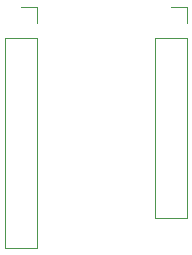
<source format=gbr>
%TF.GenerationSoftware,KiCad,Pcbnew,7.0.1-0*%
%TF.CreationDate,2023-04-12T17:34:26-06:00*%
%TF.ProjectId,100W Amplifier IS,31303057-2041-46d7-906c-696669657220,rev?*%
%TF.SameCoordinates,Original*%
%TF.FileFunction,Legend,Bot*%
%TF.FilePolarity,Positive*%
%FSLAX46Y46*%
G04 Gerber Fmt 4.6, Leading zero omitted, Abs format (unit mm)*
G04 Created by KiCad (PCBNEW 7.0.1-0) date 2023-04-12 17:34:26*
%MOMM*%
%LPD*%
G01*
G04 APERTURE LIST*
%ADD10C,0.120000*%
G04 APERTURE END LIST*
D10*
%TO.C,J2*%
X144205000Y-50225000D02*
X141545000Y-50225000D01*
X144205000Y-34925000D02*
X144205000Y-50225000D01*
X144205000Y-34925000D02*
X141545000Y-34925000D01*
X144205000Y-33655000D02*
X144205000Y-32325000D01*
X144205000Y-32325000D02*
X142875000Y-32325000D01*
X141545000Y-34925000D02*
X141545000Y-50225000D01*
%TO.C,J3*%
X131505000Y-52765000D02*
X128845000Y-52765000D01*
X131505000Y-34925000D02*
X131505000Y-52765000D01*
X131505000Y-34925000D02*
X128845000Y-34925000D01*
X131505000Y-33655000D02*
X131505000Y-32325000D01*
X131505000Y-32325000D02*
X130175000Y-32325000D01*
X128845000Y-34925000D02*
X128845000Y-52765000D01*
%TD*%
M02*

</source>
